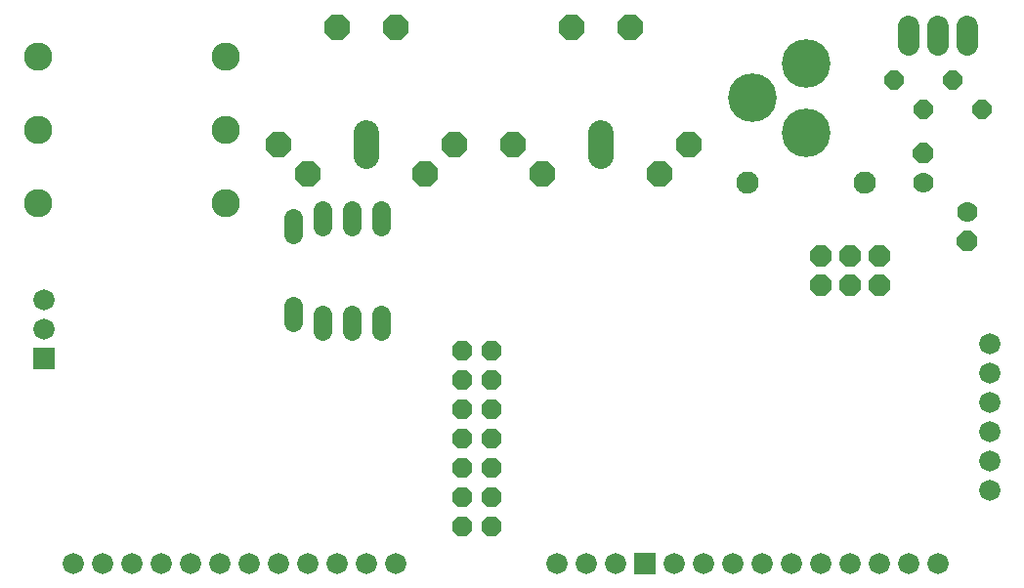
<source format=gbs>
G75*
G70*
%OFA0B0*%
%FSLAX24Y24*%
%IPPOS*%
%LPD*%
%AMOC8*
5,1,8,0,0,1.08239X$1,22.5*
%
%ADD10C,0.0720*%
%ADD11C,0.1660*%
%ADD12C,0.0720*%
%ADD13C,0.0760*%
%ADD14OC8,0.0700*%
%ADD15C,0.0700*%
%ADD16OC8,0.0640*%
%ADD17C,0.0966*%
%ADD18R,0.0720X0.0720*%
%ADD19C,0.0640*%
%ADD20C,0.0860*%
%ADD21OC8,0.0860*%
%ADD22OC8,0.0720*%
%ADD23OC8,0.0680*%
D10*
X002334Y000940D03*
X003334Y000940D03*
X004334Y000940D03*
X005334Y000940D03*
X006334Y000940D03*
X007334Y000940D03*
X008334Y000940D03*
X009334Y000940D03*
X010334Y000940D03*
X011334Y000940D03*
X012334Y000940D03*
X013334Y000940D03*
X018834Y000940D03*
X019834Y000940D03*
X020834Y000940D03*
X022834Y000940D03*
X023834Y000940D03*
X024834Y000940D03*
X025834Y000940D03*
X026834Y000940D03*
X027834Y000940D03*
X028834Y000940D03*
X029834Y000940D03*
X030834Y000940D03*
X031834Y000940D03*
X033584Y003440D03*
X033584Y004440D03*
X033584Y005440D03*
X033584Y006440D03*
X033584Y007440D03*
X033584Y008440D03*
X001334Y008940D03*
X001334Y009940D03*
D11*
X025483Y016827D03*
X027334Y015646D03*
X027334Y018008D03*
D12*
X030834Y018620D02*
X030834Y019260D01*
X031834Y019260D02*
X031834Y018620D01*
X032834Y018620D02*
X032834Y019260D01*
D13*
X029334Y013940D03*
X025334Y013940D03*
D14*
X031334Y014940D03*
X032834Y011940D03*
D15*
X032834Y012940D03*
X031334Y013940D03*
D16*
X031334Y016440D03*
X032334Y017440D03*
X033334Y016440D03*
X030334Y017440D03*
D17*
X007523Y018240D03*
X007523Y015740D03*
X007523Y013240D03*
X001145Y013240D03*
X001145Y015740D03*
X001145Y018240D03*
D18*
X001334Y007940D03*
X021834Y000940D03*
D19*
X012834Y008880D02*
X012834Y009440D01*
X011834Y009440D02*
X011834Y008880D01*
X010834Y008880D02*
X010834Y009440D01*
X009834Y009160D02*
X009834Y009720D01*
X009834Y012160D02*
X009834Y012720D01*
X010834Y012440D02*
X010834Y013000D01*
X011834Y013000D02*
X011834Y012440D01*
X012834Y012440D02*
X012834Y013000D01*
D20*
X012334Y014850D02*
X012334Y015630D01*
X020334Y015630D02*
X020334Y014850D01*
D21*
X018334Y014240D03*
X017334Y015240D03*
X015334Y015240D03*
X014334Y014240D03*
X010334Y014240D03*
X009334Y015240D03*
X011334Y019240D03*
X013334Y019240D03*
X019334Y019240D03*
X021334Y019240D03*
X023334Y015240D03*
X022334Y014240D03*
D22*
X027834Y011440D03*
X028834Y011440D03*
X029834Y011440D03*
X029834Y010440D03*
X028834Y010440D03*
X027834Y010440D03*
D23*
X016584Y008190D03*
X015584Y008190D03*
X015584Y007190D03*
X016584Y007190D03*
X016584Y006190D03*
X015584Y006190D03*
X015584Y005190D03*
X016584Y005190D03*
X016584Y004190D03*
X015584Y004190D03*
X015584Y003190D03*
X016584Y003190D03*
X016584Y002190D03*
X015584Y002190D03*
M02*

</source>
